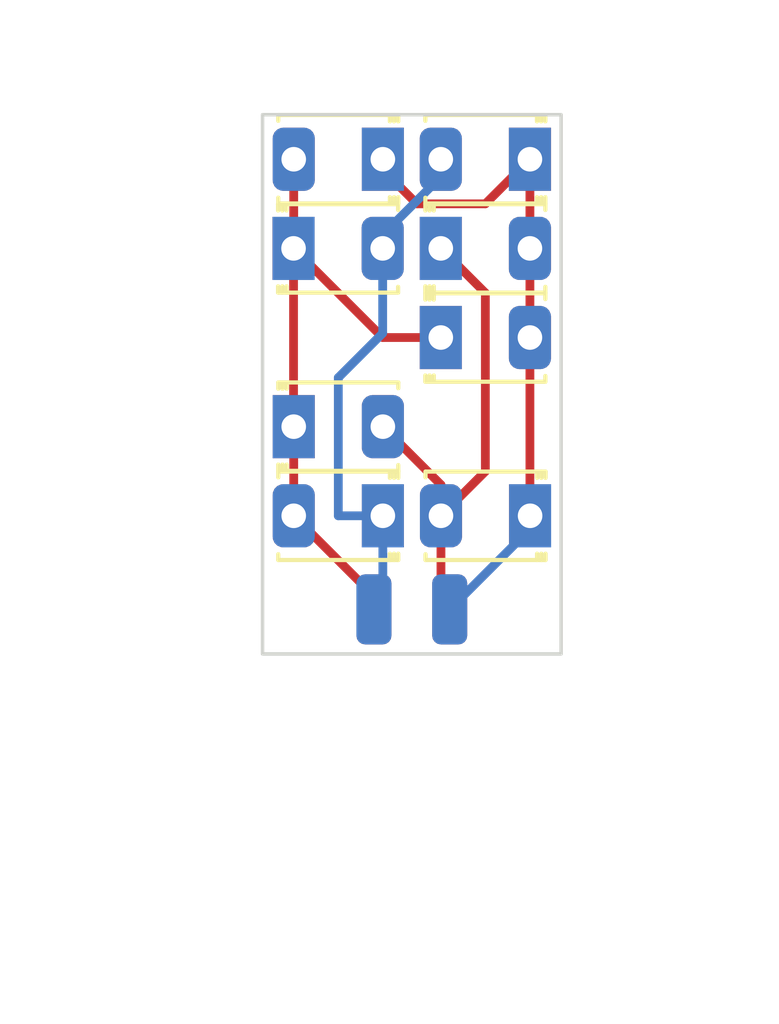
<source format=kicad_pcb>
(kicad_pcb (version 20221018) (generator pcbnew)
  (layers (0 "F.Cu" signal) (31 "B.Cu" signal) (34 "B.Paste" user) (35 "F.Paste" user) (36 "B.SilkS" user "B.Silkscreen") (37 "F.SilkS" user "F.Silkscreen") (38 "B.Mask" user) (39 "F.Mask" user) (44 "Edge.Cuts" user))
  (net 0 "")
  (net 1 "Net-(DG1-K)")
  (net 2 "Net-(DG1-A)")
  (net 3 "Net-(DG2-A)")
  (net 4 "Net-(DO/V1-A)")
  (footprint "LED_THT:LED_D1.8mm_W3.3mm_H2.4mm_mine" (layer "F.Cu") (at 110.368 75.565 180)
    (fp_text reference "DO/V1" hide)
    (fp_text value "LED" hide)
    (fp_line (start -0.44 -1.26) (end -0.44 -1.08) (stroke (width 0.12)) (layer "F.SilkS"))
    (fp_line (start -0.44 -1.26) (end 2.98 -1.26) (stroke (width 0.12)) (layer "F.SilkS"))
    (fp_line (start -0.44 1.08) (end -0.44 1.26) (stroke (width 0.12)) (layer "F.SilkS"))
    (fp_line (start -0.44 1.26) (end 2.98 1.26) (stroke (width 0.12)) (layer "F.SilkS"))
    (fp_line (start -0.32 -1.26) (end -0.32 -1.08) (stroke (width 0.12)) (layer "F.SilkS"))
    (fp_line (start -0.32 1.08) (end -0.32 1.26) (stroke (width 0.12)) (layer "F.SilkS"))
    (fp_line (start -0.2 -1.26) (end -0.2 -1.08) (stroke (width 0.12)) (layer "F.SilkS"))
    (fp_line (start -0.2 1.08) (end -0.2 1.26) (stroke (width 0.12)) (layer "F.SilkS"))
    (fp_line (start 2.98 -1.26) (end 2.98 -1.095) (stroke (width 0.12)) (layer "F.SilkS"))
    (fp_line (start 2.98 1.095) (end 2.98 1.26) (stroke (width 0.12)) (layer "F.SilkS"))
    (pad "1" thru_hole rect (at 0 0 180) (size 1.2 1.8) (drill 0.7) (layers "*.Cu" "*.Mask") (net 1 "Net-(DG1-K)"))
    (pad "2" thru_hole roundrect (at 2.54 0 180) (size 1.2 1.8) (drill 0.7) (layers "*.Cu" "*.Mask") (net 4 "Net-(DO/V1-A)"))
  )
  (footprint "Connector_Wire:SolderWirePad_1x01_SMD_1x2mm" (layer "F.Cu") (at 108.077 78.232)
    (fp_text reference "J3")
    (fp_text value "Conn_01x01")
    (pad "1" smd roundrect (at 0 0) (size 1 2) (layers "F.Cu" "F.Paste" "F.Mask") (net 4 "Net-(DO/V1-A)"))
  )
  (footprint "LED_THT:LED_D1.8mm_W3.3mm_H2.4mm_mine" (layer "F.Cu") (at 107.823 67.945)
    (fp_text reference "DR2" hide)
    (fp_text value "LED" hide)
    (fp_line (start -0.44 -1.26) (end -0.44 -1.08) (stroke (width 0.12)) (layer "F.SilkS"))
    (fp_line (start -0.44 -1.26) (end 2.98 -1.26) (stroke (width 0.12)) (layer "F.SilkS"))
    (fp_line (start -0.44 1.08) (end -0.44 1.26) (stroke (width 0.12)) (layer "F.SilkS"))
    (fp_line (start -0.44 1.26) (end 2.98 1.26) (stroke (width 0.12)) (layer "F.SilkS"))
    (fp_line (start -0.32 -1.26) (end -0.32 -1.08) (stroke (width 0.12)) (layer "F.SilkS"))
    (fp_line (start -0.32 1.08) (end -0.32 1.26) (stroke (width 0.12)) (layer "F.SilkS"))
    (fp_line (start -0.2 -1.26) (end -0.2 -1.08) (stroke (width 0.12)) (layer "F.SilkS"))
    (fp_line (start -0.2 1.08) (end -0.2 1.26) (stroke (width 0.12)) (layer "F.SilkS"))
    (fp_line (start 2.98 -1.26) (end 2.98 -1.095) (stroke (width 0.12)) (layer "F.SilkS"))
    (fp_line (start 2.98 1.095) (end 2.98 1.26) (stroke (width 0.12)) (layer "F.SilkS"))
    (pad "1" thru_hole rect (at 0 0) (size 1.2 1.8) (drill 0.7) (layers "*.Cu" "*.Mask") (net 4 "Net-(DO/V1-A)"))
    (pad "2" thru_hole roundrect (at 2.54 0) (size 1.2 1.8) (drill 0.7) (layers "*.Cu" "*.Mask") (net 1 "Net-(DG1-K)"))
  )
  (footprint "LED_THT:LED_D1.8mm_W3.3mm_H2.4mm_mine" (layer "F.Cu") (at 106.172 65.405 180)
    (fp_text reference "DG1" hide)
    (fp_text value "LED" hide)
    (fp_line (start -0.44 -1.26) (end -0.44 -1.08) (stroke (width 0.12)) (layer "F.SilkS"))
    (fp_line (start -0.44 -1.26) (end 2.98 -1.26) (stroke (width 0.12)) (layer "F.SilkS"))
    (fp_line (start -0.44 1.08) (end -0.44 1.26) (stroke (width 0.12)) (layer "F.SilkS"))
    (fp_line (start -0.44 1.26) (end 2.98 1.26) (stroke (width 0.12)) (layer "F.SilkS"))
    (fp_line (start -0.32 -1.26) (end -0.32 -1.08) (stroke (width 0.12)) (layer "F.SilkS"))
    (fp_line (start -0.32 1.08) (end -0.32 1.26) (stroke (width 0.12)) (layer "F.SilkS"))
    (fp_line (start -0.2 -1.26) (end -0.2 -1.08) (stroke (width 0.12)) (layer "F.SilkS"))
    (fp_line (start -0.2 1.08) (end -0.2 1.26) (stroke (width 0.12)) (layer "F.SilkS"))
    (fp_line (start 2.98 -1.26) (end 2.98 -1.095) (stroke (width 0.12)) (layer "F.SilkS"))
    (fp_line (start 2.98 1.095) (end 2.98 1.26) (stroke (width 0.12)) (layer "F.SilkS"))
    (pad "1" thru_hole rect (at 0 0 180) (size 1.2 1.8) (drill 0.7) (layers "*.Cu" "*.Mask") (net 1 "Net-(DG1-K)"))
    (pad "2" thru_hole roundrect (at 2.54 0 180) (size 1.2 1.8) (drill 0.7) (layers "*.Cu" "*.Mask") (net 2 "Net-(DG1-A)"))
  )
  (footprint "LED_THT:LED_D1.8mm_W3.3mm_H2.4mm_mine" (layer "F.Cu") (at 103.627 67.945)
    (fp_text reference "DR1" hide)
    (fp_text value "LED" hide)
    (fp_line (start -0.44 -1.26) (end -0.44 -1.08) (stroke (width 0.12)) (layer "F.SilkS"))
    (fp_line (start -0.44 -1.26) (end 2.98 -1.26) (stroke (width 0.12)) (layer "F.SilkS"))
    (fp_line (start -0.44 1.08) (end -0.44 1.26) (stroke (width 0.12)) (layer "F.SilkS"))
    (fp_line (start -0.44 1.26) (end 2.98 1.26) (stroke (width 0.12)) (layer "F.SilkS"))
    (fp_line (start -0.32 -1.26) (end -0.32 -1.08) (stroke (width 0.12)) (layer "F.SilkS"))
    (fp_line (start -0.32 1.08) (end -0.32 1.26) (stroke (width 0.12)) (layer "F.SilkS"))
    (fp_line (start -0.2 -1.26) (end -0.2 -1.08) (stroke (width 0.12)) (layer "F.SilkS"))
    (fp_line (start -0.2 1.08) (end -0.2 1.26) (stroke (width 0.12)) (layer "F.SilkS"))
    (fp_line (start 2.98 -1.26) (end 2.98 -1.095) (stroke (width 0.12)) (layer "F.SilkS"))
    (fp_line (start 2.98 1.095) (end 2.98 1.26) (stroke (width 0.12)) (layer "F.SilkS"))
    (pad "1" thru_hole rect (at 0 0) (size 1.2 1.8) (drill 0.7) (layers "*.Cu" "*.Mask") (net 2 "Net-(DG1-A)"))
    (pad "2" thru_hole roundrect (at 2.54 0) (size 1.2 1.8) (drill 0.7) (layers "*.Cu" "*.Mask") (net 3 "Net-(DG2-A)"))
  )
  (footprint "LED_THT:LED_D1.8mm_W3.3mm_H2.4mm_mine" (layer "F.Cu") (at 106.172 75.565 180)
    (fp_text reference "DO/R1" hide)
    (fp_text value "LED" hide)
    (fp_line (start -0.44 -1.26) (end -0.44 -1.08) (stroke (width 0.12)) (layer "F.SilkS"))
    (fp_line (start -0.44 -1.26) (end 2.98 -1.26) (stroke (width 0.12)) (layer "F.SilkS"))
    (fp_line (start -0.44 1.08) (end -0.44 1.26) (stroke (width 0.12)) (layer "F.SilkS"))
    (fp_line (start -0.44 1.26) (end 2.98 1.26) (stroke (width 0.12)) (layer "F.SilkS"))
    (fp_line (start -0.32 -1.26) (end -0.32 -1.08) (stroke (width 0.12)) (layer "F.SilkS"))
    (fp_line (start -0.32 1.08) (end -0.32 1.26) (stroke (width 0.12)) (layer "F.SilkS"))
    (fp_line (start -0.2 -1.26) (end -0.2 -1.08) (stroke (width 0.12)) (layer "F.SilkS"))
    (fp_line (start -0.2 1.08) (end -0.2 1.26) (stroke (width 0.12)) (layer "F.SilkS"))
    (fp_line (start 2.98 -1.26) (end 2.98 -1.095) (stroke (width 0.12)) (layer "F.SilkS"))
    (fp_line (start 2.98 1.095) (end 2.98 1.26) (stroke (width 0.12)) (layer "F.SilkS"))
    (pad "1" thru_hole rect (at 0 0 180) (size 1.2 1.8) (drill 0.7) (layers "*.Cu" "*.Mask") (net 3 "Net-(DG2-A)"))
    (pad "2" thru_hole roundrect (at 2.54 0 180) (size 1.2 1.8) (drill 0.7) (layers "*.Cu" "*.Mask") (net 2 "Net-(DG1-A)"))
  )
  (footprint "LED_THT:LED_D1.8mm_W3.3mm_H2.4mm_mine" (layer "F.Cu") (at 110.363 65.405 180)
    (fp_text reference "DG2" hide)
    (fp_text value "LED" hide)
    (fp_line (start -0.44 -1.26) (end -0.44 -1.08) (stroke (width 0.12)) (layer "F.SilkS"))
    (fp_line (start -0.44 -1.26) (end 2.98 -1.26) (stroke (width 0.12)) (layer "F.SilkS"))
    (fp_line (start -0.44 1.08) (end -0.44 1.26) (stroke (width 0.12)) (layer "F.SilkS"))
    (fp_line (start -0.44 1.26) (end 2.98 1.26) (stroke (width 0.12)) (layer "F.SilkS"))
    (fp_line (start -0.32 -1.26) (end -0.32 -1.08) (stroke (width 0.12)) (layer "F.SilkS"))
    (fp_line (start -0.32 1.08) (end -0.32 1.26) (stroke (width 0.12)) (layer "F.SilkS"))
    (fp_line (start -0.2 -1.26) (end -0.2 -1.08) (stroke (width 0.12)) (layer "F.SilkS"))
    (fp_line (start -0.2 1.08) (end -0.2 1.26) (stroke (width 0.12)) (layer "F.SilkS"))
    (fp_line (start 2.98 -1.26) (end 2.98 -1.095) (stroke (width 0.12)) (layer "F.SilkS"))
    (fp_line (start 2.98 1.095) (end 2.98 1.26) (stroke (width 0.12)) (layer "F.SilkS"))
    (pad "1" thru_hole rect (at 0 0 180) (size 1.2 1.8) (drill 0.7) (layers "*.Cu" "*.Mask") (net 1 "Net-(DG1-K)"))
    (pad "2" thru_hole roundrect (at 2.54 0 180) (size 1.2 1.8) (drill 0.7) (layers "*.Cu" "*.Mask") (net 3 "Net-(DG2-A)"))
  )
  (footprint "Connector_Wire:SolderWirePad_1x01_SMD_1x2mm" (layer "F.Cu") (at 105.918 78.232)
    (fp_text reference "J2")
    (fp_text value "Conn_01x01")
    (pad "1" smd roundrect (at 0 0) (size 1 2) (layers "F.Cu" "F.Paste" "F.Mask") (net 2 "Net-(DG1-A)"))
  )
  (footprint "LED_THT:LED_D1.8mm_W3.3mm_H2.4mm_mine" (layer "F.Cu") (at 107.823 70.485)
    (fp_text reference "DW2" hide)
    (fp_text value "LED" hide)
    (fp_line (start -0.44 -1.26) (end -0.44 -1.08) (stroke (width 0.12)) (layer "F.SilkS"))
    (fp_line (start -0.44 -1.26) (end 2.98 -1.26) (stroke (width 0.12)) (layer "F.SilkS"))
    (fp_line (start -0.44 1.08) (end -0.44 1.26) (stroke (width 0.12)) (layer "F.SilkS"))
    (fp_line (start -0.44 1.26) (end 2.98 1.26) (stroke (width 0.12)) (layer "F.SilkS"))
    (fp_line (start -0.32 -1.26) (end -0.32 -1.08) (stroke (width 0.12)) (layer "F.SilkS"))
    (fp_line (start -0.32 1.08) (end -0.32 1.26) (stroke (width 0.12)) (layer "F.SilkS"))
    (fp_line (start -0.2 -1.26) (end -0.2 -1.08) (stroke (width 0.12)) (layer "F.SilkS"))
    (fp_line (start -0.2 1.08) (end -0.2 1.26) (stroke (width 0.12)) (layer "F.SilkS"))
    (fp_line (start 2.98 -1.26) (end 2.98 -1.095) (stroke (width 0.12)) (layer "F.SilkS"))
    (fp_line (start 2.98 1.095) (end 2.98 1.26) (stroke (width 0.12)) (layer "F.SilkS"))
    (pad "1" thru_hole rect (at 0 0) (size 1.2 1.8) (drill 0.7) (layers "*.Cu" "*.Mask") (net 2 "Net-(DG1-A)"))
    (pad "2" thru_hole roundrect (at 2.54 0) (size 1.2 1.8) (drill 0.7) (layers "*.Cu" "*.Mask") (net 1 "Net-(DG1-K)"))
  )
  (footprint "LED_THT:LED_D1.8mm_W3.3mm_H2.4mm_mine" (layer "F.Cu") (at 103.632 73.025)
    (fp_text reference "DW1" hide)
    (fp_text value "LED" hide)
    (fp_line (start -0.44 -1.26) (end -0.44 -1.08) (stroke (width 0.12)) (layer "F.SilkS"))
    (fp_line (start -0.44 -1.26) (end 2.98 -1.26) (stroke (width 0.12)) (layer "F.SilkS"))
    (fp_line (start -0.44 1.08) (end -0.44 1.26) (stroke (width 0.12)) (layer "F.SilkS"))
    (fp_line (start -0.44 1.26) (end 2.98 1.26) (stroke (width 0.12)) (layer "F.SilkS"))
    (fp_line (start -0.32 -1.26) (end -0.32 -1.08) (stroke (width 0.12)) (layer "F.SilkS"))
    (fp_line (start -0.32 1.08) (end -0.32 1.26) (stroke (width 0.12)) (layer "F.SilkS"))
    (fp_line (start -0.2 -1.26) (end -0.2 -1.08) (stroke (width 0.12)) (layer "F.SilkS"))
    (fp_line (start -0.2 1.08) (end -0.2 1.26) (stroke (width 0.12)) (layer "F.SilkS"))
    (fp_line (start 2.98 -1.26) (end 2.98 -1.095) (stroke (width 0.12)) (layer "F.SilkS"))
    (fp_line (start 2.98 1.095) (end 2.98 1.26) (stroke (width 0.12)) (layer "F.SilkS"))
    (pad "1" thru_hole rect (at 0 0) (size 1.2 1.8) (drill 0.7) (layers "*.Cu" "*.Mask") (net 2 "Net-(DG1-A)"))
    (pad "2" thru_hole roundrect (at 2.54 0) (size 1.2 1.8) (drill 0.7) (layers "*.Cu" "*.Mask") (net 4 "Net-(DO/V1-A)"))
  )
  (footprint "Connector_Wire:SolderWirePad_1x01_SMD_1x2mm" (layer "B.Cu") (at 105.918 78.232 180)
    (fp_text reference "J1")
    (fp_text value "Conn_01x01")
    (pad "1" smd roundrect (at 0 0 180) (size 1 2) (layers "B.Cu" "B.Paste" "B.Mask") (net 3 "Net-(DG2-A)"))
  )
  (footprint "Connector_Wire:SolderWirePad_1x01_SMD_1x2mm" (layer "B.Cu") (at 108.077 78.232 180)
    (fp_text reference "J4")
    (fp_text value "Conn_01x01")
    (pad "1" smd roundrect (at 0 0 180) (size 1 2) (layers "B.Cu" "B.Paste" "B.Mask") (net 1 "Net-(DG1-K)"))
  )
  (gr_rect (start 102.743 64.135) (end 111.252 79.502) (stroke (width 0.1)) (fill none) (layer "Edge.Cuts"))
  (segment (start 106.172 65.705) (end 107.142 66.675) (width 0.25) (layer "F.Cu") (net 1))
  (segment (start 110.363 67.945) (end 110.363 70.485) (width 0.25) (layer "F.Cu") (net 1))
  (segment (start 109.093 66.675) (end 110.363 65.405) (width 0.25) (layer "F.Cu") (net 1))
  (segment (start 106.172 65.405) (end 106.172 65.705) (width 0.25) (layer "F.Cu") (net 1))
  (segment (start 107.142 66.675) (end 109.093 66.675) (width 0.25) (layer "F.Cu") (net 1))
  (segment (start 110.363 65.405) (end 110.363 67.945) (width 0.25) (layer "F.Cu") (net 1))
  (segment (start 110.363 70.485) (end 110.363 75.56) (width 0.25) (layer "F.Cu") (net 1))
  (segment (start 110.363 75.56) (end 110.368 75.565) (width 0.25) (layer "F.Cu") (net 1))
  (segment (start 110.368 75.565) (end 110.368 75.941) (width 0.25) (layer "B.Cu") (net 1))
  (segment (start 110.368 75.941) (end 108.077 78.232) (width 0.25) (layer "B.Cu") (net 1))
  (segment (start 106.167 70.485) (end 103.627 67.945) (width 0.25) (layer "F.Cu") (net 2))
  (segment (start 103.627 73.02) (end 103.632 73.025) (width 0.25) (layer "F.Cu") (net 2))
  (segment (start 106.172 78.105) (end 106.172 78.232) (width 0.25) (layer "F.Cu") (net 2))
  (segment (start 103.632 68.194) (end 103.627 68.199) (width 0.25) (layer "F.Cu") (net 2))
  (segment (start 103.632 73.025) (end 103.632 75.565) (width 0.25) (layer "F.Cu") (net 2))
  (segment (start 106.172 77.597) (end 106.172 77.724) (width 0.25) (layer "F.Cu") (net 2))
  (segment (start 107.823 70.485) (end 106.167 70.485) (width 0.25) (layer "F.Cu") (net 2))
  (segment (start 103.632 65.405) (end 103.632 67.94) (width 0.25) (layer "F.Cu") (net 2))
  (segment (start 103.632 67.94) (end 103.627 67.945) (width 0.25) (layer "F.Cu") (net 2))
  (segment (start 103.632 75.565) (end 106.172 78.105) (width 0.25) (layer "F.Cu") (net 2))
  (segment (start 103.627 68.453) (end 103.627 73.02) (width 0.25) (layer "F.Cu") (net 2))
  (segment (start 103.632 68.194) (end 103.627 68.199) (width 0.25) (layer "B.Cu") (net 2))
  (segment (start 106.167 67.823) (end 106.167 68.199) (width 0.25) (layer "F.Cu") (net 3))
  (segment (start 104.902 71.628) (end 104.902 75.565) (width 0.25) (layer "B.Cu") (net 3))
  (segment (start 104.902 75.565) (end 106.172 75.565) (width 0.25) (layer "B.Cu") (net 3))
  (segment (start 107.823 65.405) (end 107.823 65.904) (width 0.25) (layer "B.Cu") (net 3))
  (segment (start 106.167 67.56) (end 106.167 67.945) (width 0.25) (layer "B.Cu") (net 3))
  (segment (start 107.823 65.904) (end 106.167 67.56) (width 0.25) (layer "B.Cu") (net 3))
  (segment (start 106.172 75.565) (end 106.172 78.232) (width 0.25) (layer "B.Cu") (net 3))
  (segment (start 106.167 67.945) (end 106.167 70.363) (width 0.25) (layer "B.Cu") (net 3))
  (segment (start 106.167 70.363) (end 104.902 71.628) (width 0.25) (layer "B.Cu") (net 3))
  (segment (start 107.828 77.983) (end 108.077 78.232) (width 0.25) (layer "F.Cu") (net 4))
  (segment (start 106.172 73.025) (end 107.828 74.681) (width 0.25) (layer "F.Cu") (net 4))
  (segment (start 106.553 73.025) (end 106.172 73.025) (width 0.25) (layer "F.Cu") (net 4))
  (segment (start 107.828 75.565) (end 107.828 77.983) (width 0.25) (layer "F.Cu") (net 4))
  (segment (start 109.093 74.3) (end 107.828 75.565) (width 0.25) (layer "F.Cu") (net 4))
  (segment (start 107.823 67.945) (end 109.093 69.215) (width 0.25) (layer "F.Cu") (net 4))
  (segment (start 107.828 74.681) (end 107.828 75.565) (width 0.25) (layer "F.Cu") (net 4))
  (segment (start 109.093 69.215) (end 109.093 74.3) (width 0.25) (layer "F.Cu") (net 4))
)
</source>
